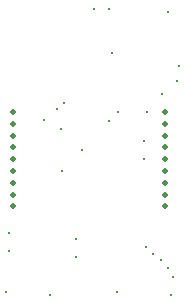
<source format=gbr>
%TF.GenerationSoftware,KiCad,Pcbnew,9.0.2*%
%TF.CreationDate,2025-07-02T09:27:53-04:00*%
%TF.ProjectId,strain-gauge,73747261-696e-42d6-9761-7567652e6b69,rev?*%
%TF.SameCoordinates,Original*%
%TF.FileFunction,Plated,1,2,PTH,Drill*%
%TF.FilePolarity,Positive*%
%FSLAX46Y46*%
G04 Gerber Fmt 4.6, Leading zero omitted, Abs format (unit mm)*
G04 Created by KiCad (PCBNEW 9.0.2) date 2025-07-02 09:27:53*
%MOMM*%
%LPD*%
G01*
G04 APERTURE LIST*
%TA.AperFunction,ViaDrill*%
%ADD10C,0.300000*%
%TD*%
%TA.AperFunction,ComponentDrill*%
%ADD11C,0.500000*%
%TD*%
G04 APERTURE END LIST*
D10*
X85050000Y-139000000D03*
X85250000Y-134000000D03*
X85250000Y-135500000D03*
X88250000Y-124474000D03*
X88750000Y-139250000D03*
X89344999Y-123500000D03*
X89684091Y-125184091D03*
X89750000Y-128750000D03*
X89980000Y-123000000D03*
X91000000Y-134500000D03*
X91000000Y-136000000D03*
X91500000Y-127000000D03*
X92500000Y-115000000D03*
X93750000Y-124500000D03*
X93790000Y-115000000D03*
X94000000Y-118750000D03*
X94446464Y-139000000D03*
X94500000Y-123750000D03*
X96750000Y-126250000D03*
X96750000Y-127750000D03*
X96900000Y-135184313D03*
X97000000Y-123750000D03*
X97500000Y-135750000D03*
X98150000Y-136250000D03*
X98250000Y-122250000D03*
X98750000Y-115250000D03*
X98750000Y-137000000D03*
X99000000Y-139250000D03*
X99200000Y-137750000D03*
X99550000Y-121150000D03*
X99700000Y-119850000D03*
D11*
%TO.C,J1*%
X85625000Y-123750000D03*
X85625000Y-124750000D03*
X85625000Y-125750000D03*
X85625000Y-126750000D03*
X85625000Y-127750000D03*
X85625000Y-128750000D03*
X85625000Y-129750000D03*
X85625000Y-130750000D03*
X85625000Y-131750000D03*
%TO.C,J2*%
X98500000Y-123750000D03*
X98500000Y-124750000D03*
X98500000Y-125750000D03*
X98500000Y-126750000D03*
X98500000Y-127750000D03*
X98500000Y-128750000D03*
X98500000Y-129750000D03*
X98500000Y-130750000D03*
X98500000Y-131750000D03*
M02*

</source>
